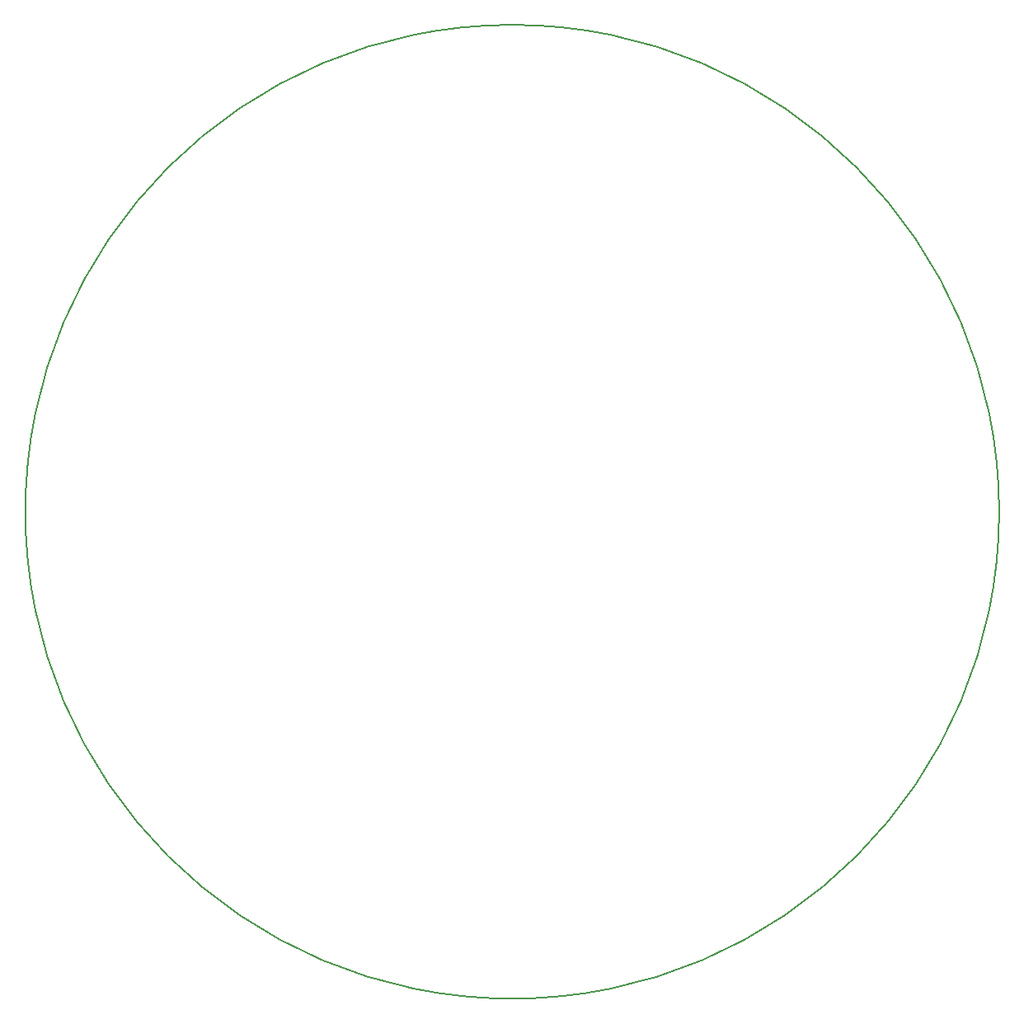
<source format=gbr>
%TF.GenerationSoftware,KiCad,Pcbnew,8.0.4*%
%TF.CreationDate,2024-08-23T11:40:29+01:00*%
%TF.ProjectId,Esp32EduModular-Baby8,45737033-3245-4647-954d-6f64756c6172,rev?*%
%TF.SameCoordinates,Original*%
%TF.FileFunction,Profile,NP*%
%FSLAX46Y46*%
G04 Gerber Fmt 4.6, Leading zero omitted, Abs format (unit mm)*
G04 Created by KiCad (PCBNEW 8.0.4) date 2024-08-23 11:40:29*
%MOMM*%
%LPD*%
G01*
G04 APERTURE LIST*
%TA.AperFunction,Profile*%
%ADD10C,0.200000*%
%TD*%
G04 APERTURE END LIST*
D10*
X150000000Y-100000000D02*
G75*
G02*
X50000000Y-100000000I-50000000J0D01*
G01*
X50000000Y-100000000D02*
G75*
G02*
X150000000Y-100000000I50000000J0D01*
G01*
M02*

</source>
